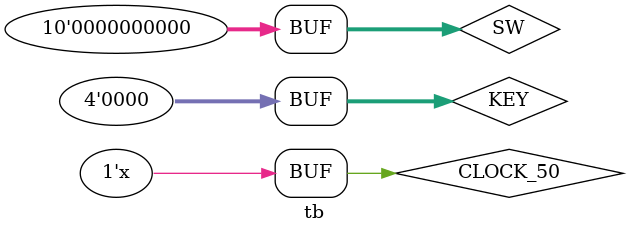
<source format=v>
`timescale 1ns / 1ns
`default_nettype none

module tb();

    reg CLOCK_50 = 0;               // DE-series 50 MHz clock
    reg [9:0] SW = 0;               // DE-series SW switches
    reg [3:0] KEY = 0;              // DE-series pushbutton keys
    wire [9:0] LEDR;                // DE-series LEDs

    // Clock signal generation
    always #10
        CLOCK_50 <= ~CLOCK_50;

    // Instantiate the top module
    top DUT (
        .SW(SW),
        .KEY(KEY),
        .LEDR(LEDR)
    );

endmodule

</source>
